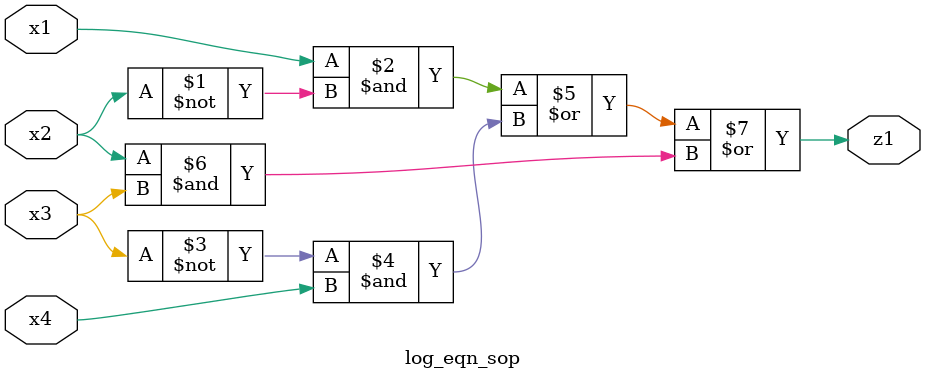
<source format=v>
module log_eqn_sop (x1, x2, x3, x4, z1);
    input x1, x2, x3, x4;
    output z1;

    assign z1 = (x1&~x2) | (~x3&x4) | (x2&x3);
endmodule

</source>
